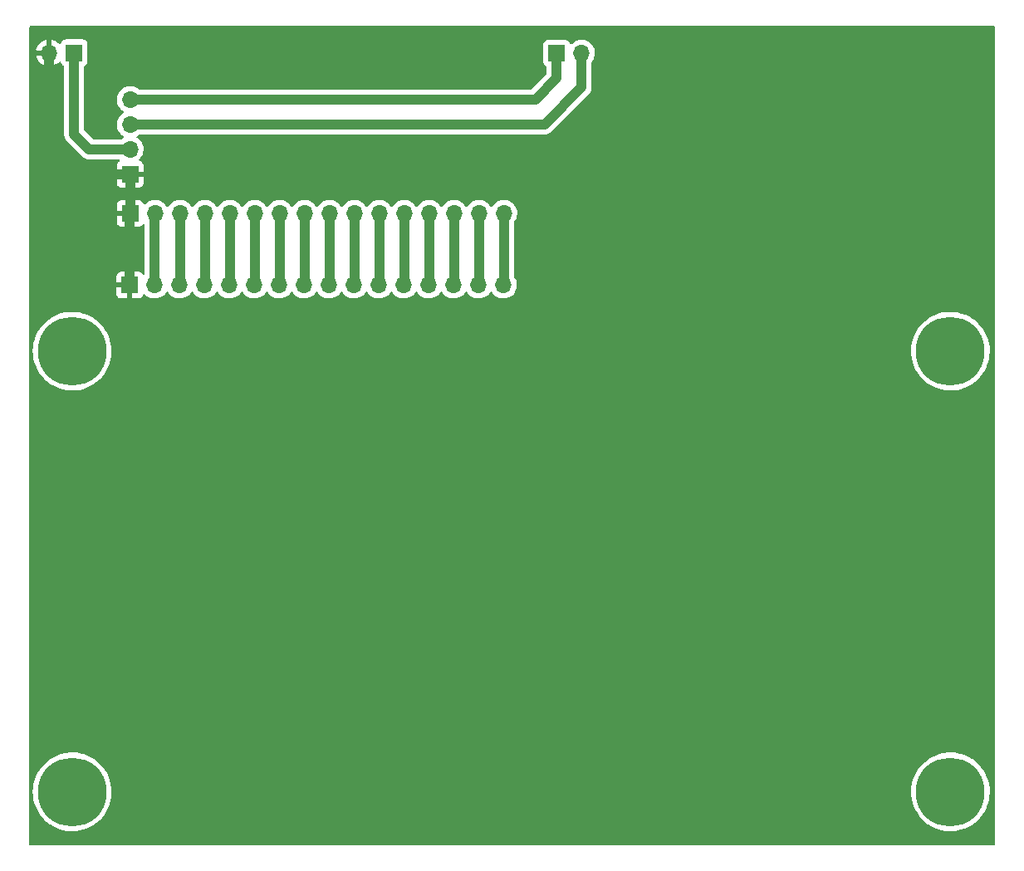
<source format=gbl>
%TF.GenerationSoftware,KiCad,Pcbnew,(6.0.10)*%
%TF.CreationDate,2023-02-06T14:01:34-03:00*%
%TF.ProjectId,UserInterface_HW,55736572-496e-4746-9572-666163655f48,rev?*%
%TF.SameCoordinates,Original*%
%TF.FileFunction,Copper,L2,Bot*%
%TF.FilePolarity,Positive*%
%FSLAX46Y46*%
G04 Gerber Fmt 4.6, Leading zero omitted, Abs format (unit mm)*
G04 Created by KiCad (PCBNEW (6.0.10)) date 2023-02-06 14:01:34*
%MOMM*%
%LPD*%
G01*
G04 APERTURE LIST*
%TA.AperFunction,ComponentPad*%
%ADD10R,1.700000X1.700000*%
%TD*%
%TA.AperFunction,ComponentPad*%
%ADD11O,1.700000X1.700000*%
%TD*%
%TA.AperFunction,ComponentPad*%
%ADD12C,7.000000*%
%TD*%
%TA.AperFunction,Conductor*%
%ADD13C,1.000000*%
%TD*%
G04 APERTURE END LIST*
D10*
%TO.P,U2,1,VSS*%
%TO.N,GNDD*%
X96690200Y-67208400D03*
D11*
%TO.P,U2,2,VDD*%
%TO.N,/VDD_DISP*%
X99230200Y-67208400D03*
%TO.P,U2,3,VO*%
%TO.N,/VO*%
X101770200Y-67208400D03*
%TO.P,U2,4,RS*%
%TO.N,/RS*%
X104310200Y-67208400D03*
%TO.P,U2,5,R/~{W}*%
%TO.N,/R{slash}~{W}*%
X106850200Y-67208400D03*
%TO.P,U2,6,E*%
%TO.N,/E*%
X109390200Y-67208400D03*
%TO.P,U2,7,DB0*%
%TO.N,Net-(U1-Pad7)*%
X111930200Y-67208400D03*
%TO.P,U2,8,DB1*%
%TO.N,Net-(U1-Pad8)*%
X114470200Y-67208400D03*
%TO.P,U2,9,DB2*%
%TO.N,Net-(U1-Pad9)*%
X117010200Y-67208400D03*
%TO.P,U2,10,DB3*%
%TO.N,Net-(U1-Pad10)*%
X119550200Y-67208400D03*
%TO.P,U2,11,DB4*%
%TO.N,Net-(U1-Pad11)*%
X122090200Y-67208400D03*
%TO.P,U2,12,DB5*%
%TO.N,Net-(U1-Pad12)*%
X124630200Y-67208400D03*
%TO.P,U2,13,DB6*%
%TO.N,Net-(U1-Pad13)*%
X127170200Y-67208400D03*
%TO.P,U2,14,DB7*%
%TO.N,Net-(U1-Pad14)*%
X129710200Y-67208400D03*
%TO.P,U2,15,A/VEE*%
%TO.N,/LED_AN*%
X132250200Y-67208400D03*
%TO.P,U2,16,K*%
%TO.N,/LED_CAT*%
X134790200Y-67208400D03*
%TD*%
D10*
%TO.P,J1,1,Pin_1*%
%TO.N,+5V*%
X91008200Y-43510200D03*
D11*
%TO.P,J1,2,Pin_2*%
%TO.N,GNDD*%
X88468200Y-43510200D03*
%TD*%
D12*
%TO.P,,1*%
%TO.N,N/C*%
X90805000Y-73939400D03*
%TD*%
%TO.P,REF\u002A\u002A,1*%
%TO.N,N/C*%
X180340000Y-73939400D03*
%TD*%
D10*
%TO.P,U1,1,VSS_DISP*%
%TO.N,GNDD*%
X96715100Y-59887500D03*
D11*
%TO.P,U1,2,VDD_DISP*%
%TO.N,/VDD_DISP*%
X99255100Y-59887500D03*
%TO.P,U1,3,VO*%
%TO.N,/VO*%
X101795100Y-59887500D03*
%TO.P,U1,4,RS*%
%TO.N,/RS*%
X104335100Y-59887500D03*
%TO.P,U1,5,R/~{W}*%
%TO.N,/R{slash}~{W}*%
X106875100Y-59887500D03*
%TO.P,U1,6,E*%
%TO.N,/E*%
X109415100Y-59887500D03*
%TO.P,U1,7,DB0*%
%TO.N,Net-(U1-Pad7)*%
X111955100Y-59887500D03*
%TO.P,U1,8,DB1*%
%TO.N,Net-(U1-Pad8)*%
X114495100Y-59887500D03*
%TO.P,U1,9,DB2*%
%TO.N,Net-(U1-Pad9)*%
X117035100Y-59887500D03*
%TO.P,U1,10,DB3*%
%TO.N,Net-(U1-Pad10)*%
X119575100Y-59887500D03*
%TO.P,U1,11,DB4*%
%TO.N,Net-(U1-Pad11)*%
X122115100Y-59887500D03*
%TO.P,U1,12,DB5*%
%TO.N,Net-(U1-Pad12)*%
X124655100Y-59887500D03*
%TO.P,U1,13,DB6*%
%TO.N,Net-(U1-Pad13)*%
X127195100Y-59887500D03*
%TO.P,U1,14,DB7*%
%TO.N,Net-(U1-Pad14)*%
X129735100Y-59887500D03*
%TO.P,U1,15,A*%
%TO.N,/LED_AN*%
X132275100Y-59887500D03*
%TO.P,U1,16,K*%
%TO.N,/LED_CAT*%
X134815100Y-59887500D03*
%TO.P,U1,17,SCL*%
%TO.N,/SCL*%
X96715100Y-48276300D03*
%TO.P,U1,18,SDA*%
%TO.N,/SDA*%
X96715100Y-50816300D03*
%TO.P,U1,19,VDD*%
%TO.N,+5V*%
X96715100Y-53356300D03*
D10*
%TO.P,U1,20,VSS*%
%TO.N,GNDD*%
X96715100Y-55896300D03*
%TD*%
%TO.P,J2,1,Pin_1*%
%TO.N,/SCL*%
X140200000Y-43550000D03*
D11*
%TO.P,J2,2,Pin_2*%
%TO.N,/SDA*%
X142740000Y-43550000D03*
%TD*%
D12*
%TO.P,,1*%
%TO.N,N/C*%
X180340000Y-118872000D03*
%TD*%
%TO.P,,1*%
%TO.N,N/C*%
X90805000Y-118872000D03*
%TD*%
D13*
%TO.N,+5V*%
X91008200Y-51816000D02*
X91008200Y-43510200D01*
X96715100Y-53356300D02*
X92548500Y-53356300D01*
X92548500Y-53356300D02*
X91008200Y-51816000D01*
%TO.N,GNDD*%
X88468200Y-53111400D02*
X88468200Y-43510200D01*
X91253100Y-55896300D02*
X88468200Y-53111400D01*
X96715100Y-55896300D02*
X91253100Y-55896300D01*
X96715100Y-59887500D02*
X96715100Y-55896300D01*
X96690200Y-67208400D02*
X96690200Y-59912400D01*
X96690200Y-59912400D02*
X96715100Y-59887500D01*
%TO.N,/SCL*%
X140200000Y-46125000D02*
X140200000Y-43550000D01*
X96715100Y-48276300D02*
X138048700Y-48276300D01*
X138048700Y-48276300D02*
X140200000Y-46125000D01*
%TO.N,/SDA*%
X138958700Y-50816300D02*
X142740000Y-47035000D01*
X142740000Y-47035000D02*
X142740000Y-43550000D01*
X96715100Y-50816300D02*
X138958700Y-50816300D01*
%TO.N,/VDD_DISP*%
X99230200Y-67208400D02*
X99230200Y-59912400D01*
X99230200Y-59912400D02*
X99255100Y-59887500D01*
%TO.N,/VO*%
X101795100Y-67183500D02*
X101770200Y-67208400D01*
X101795100Y-59887500D02*
X101795100Y-67183500D01*
%TO.N,/RS*%
X104335100Y-59887500D02*
X104335100Y-67183500D01*
X104335100Y-67183500D02*
X104310200Y-67208400D01*
%TO.N,/R{slash}~{W}*%
X106875100Y-59887500D02*
X106875100Y-67183500D01*
X106875100Y-67183500D02*
X106850200Y-67208400D01*
%TO.N,/E*%
X109415100Y-59887500D02*
X109415100Y-67183500D01*
X109415100Y-67183500D02*
X109390200Y-67208400D01*
%TO.N,Net-(U1-Pad7)*%
X111955100Y-67183500D02*
X111930200Y-67208400D01*
X111955100Y-59887500D02*
X111955100Y-67183500D01*
%TO.N,Net-(U1-Pad8)*%
X114495100Y-67183500D02*
X114470200Y-67208400D01*
X114495100Y-59887500D02*
X114495100Y-67183500D01*
%TO.N,Net-(U1-Pad9)*%
X117035100Y-59887500D02*
X117035100Y-67183500D01*
X117035100Y-67183500D02*
X117010200Y-67208400D01*
%TO.N,Net-(U1-Pad10)*%
X119575100Y-67183500D02*
X119550200Y-67208400D01*
X119575100Y-59887500D02*
X119575100Y-67183500D01*
%TO.N,Net-(U1-Pad11)*%
X122115100Y-67183500D02*
X122090200Y-67208400D01*
X122115100Y-59887500D02*
X122115100Y-67183500D01*
%TO.N,Net-(U1-Pad12)*%
X124655100Y-59887500D02*
X124655100Y-67183500D01*
X124655100Y-67183500D02*
X124630200Y-67208400D01*
%TO.N,Net-(U1-Pad13)*%
X127195100Y-59887500D02*
X127195100Y-67183500D01*
X127195100Y-67183500D02*
X127170200Y-67208400D01*
%TO.N,Net-(U1-Pad14)*%
X129735100Y-59887500D02*
X129735100Y-67183500D01*
X129735100Y-67183500D02*
X129710200Y-67208400D01*
%TO.N,/LED_AN*%
X132275100Y-67183500D02*
X132250200Y-67208400D01*
X132275100Y-59887500D02*
X132275100Y-67183500D01*
%TO.N,/LED_CAT*%
X134815100Y-59887500D02*
X134815100Y-67183500D01*
X134815100Y-67183500D02*
X134790200Y-67208400D01*
%TD*%
%TA.AperFunction,Conductor*%
%TO.N,GNDD*%
G36*
X184802821Y-40787502D02*
G01*
X184849314Y-40841158D01*
X184860700Y-40893500D01*
X184860700Y-124206500D01*
X184840698Y-124274621D01*
X184787042Y-124321114D01*
X184734700Y-124332500D01*
X86562700Y-124332500D01*
X86494579Y-124312498D01*
X86448086Y-124258842D01*
X86436700Y-124206500D01*
X86436700Y-118815965D01*
X86792057Y-118815965D01*
X86805741Y-119207827D01*
X86857599Y-119596484D01*
X86947136Y-119978225D01*
X87073496Y-120349407D01*
X87235475Y-120706487D01*
X87431525Y-121046056D01*
X87433314Y-121048554D01*
X87433316Y-121048558D01*
X87533047Y-121187860D01*
X87659776Y-121364874D01*
X87918049Y-121659896D01*
X88203878Y-121928308D01*
X88514536Y-122167546D01*
X88517139Y-122169173D01*
X88517144Y-122169176D01*
X88636576Y-122243805D01*
X88847056Y-122375328D01*
X89198266Y-122549670D01*
X89564812Y-122688907D01*
X89943195Y-122791712D01*
X90241419Y-122842153D01*
X90326783Y-122856591D01*
X90326786Y-122856591D01*
X90329805Y-122857102D01*
X90484444Y-122867916D01*
X90717885Y-122884240D01*
X90717893Y-122884240D01*
X90720951Y-122884454D01*
X90973037Y-122877413D01*
X91109825Y-122873592D01*
X91109828Y-122873592D01*
X91112899Y-122873506D01*
X91115952Y-122873120D01*
X91115956Y-122873120D01*
X91257576Y-122855229D01*
X91501908Y-122824362D01*
X91504912Y-122823680D01*
X91504915Y-122823679D01*
X91881269Y-122738174D01*
X91881275Y-122738172D01*
X91884265Y-122737493D01*
X91887184Y-122736522D01*
X92253396Y-122614700D01*
X92253402Y-122614698D01*
X92256320Y-122613727D01*
X92397735Y-122550765D01*
X92611722Y-122455492D01*
X92611728Y-122455489D01*
X92614522Y-122454245D01*
X92617191Y-122452729D01*
X92952784Y-122262086D01*
X92952790Y-122262083D01*
X92955452Y-122260570D01*
X93275855Y-122034550D01*
X93572674Y-121778344D01*
X93843074Y-121494395D01*
X94084475Y-121185415D01*
X94294574Y-120854354D01*
X94471363Y-120504370D01*
X94531469Y-120349407D01*
X94612041Y-120141681D01*
X94612044Y-120141672D01*
X94613156Y-120138805D01*
X94718600Y-119761148D01*
X94786688Y-119375004D01*
X94816769Y-118984059D01*
X94818334Y-118872000D01*
X94815594Y-118815965D01*
X176327057Y-118815965D01*
X176340741Y-119207827D01*
X176392599Y-119596484D01*
X176482136Y-119978225D01*
X176608496Y-120349407D01*
X176770475Y-120706487D01*
X176966525Y-121046056D01*
X176968314Y-121048554D01*
X176968316Y-121048558D01*
X177068047Y-121187860D01*
X177194776Y-121364874D01*
X177453049Y-121659896D01*
X177738878Y-121928308D01*
X178049536Y-122167546D01*
X178052139Y-122169173D01*
X178052144Y-122169176D01*
X178171576Y-122243805D01*
X178382056Y-122375328D01*
X178733266Y-122549670D01*
X179099812Y-122688907D01*
X179478195Y-122791712D01*
X179776419Y-122842153D01*
X179861783Y-122856591D01*
X179861786Y-122856591D01*
X179864805Y-122857102D01*
X180019444Y-122867916D01*
X180252885Y-122884240D01*
X180252893Y-122884240D01*
X180255951Y-122884454D01*
X180508037Y-122877413D01*
X180644825Y-122873592D01*
X180644828Y-122873592D01*
X180647899Y-122873506D01*
X180650952Y-122873120D01*
X180650956Y-122873120D01*
X180792576Y-122855229D01*
X181036908Y-122824362D01*
X181039912Y-122823680D01*
X181039915Y-122823679D01*
X181416269Y-122738174D01*
X181416275Y-122738172D01*
X181419265Y-122737493D01*
X181422184Y-122736522D01*
X181788396Y-122614700D01*
X181788402Y-122614698D01*
X181791320Y-122613727D01*
X181932735Y-122550765D01*
X182146722Y-122455492D01*
X182146728Y-122455489D01*
X182149522Y-122454245D01*
X182152191Y-122452729D01*
X182487784Y-122262086D01*
X182487790Y-122262083D01*
X182490452Y-122260570D01*
X182810855Y-122034550D01*
X183107674Y-121778344D01*
X183378074Y-121494395D01*
X183619475Y-121185415D01*
X183829574Y-120854354D01*
X184006363Y-120504370D01*
X184066469Y-120349407D01*
X184147041Y-120141681D01*
X184147044Y-120141672D01*
X184148156Y-120138805D01*
X184253600Y-119761148D01*
X184321688Y-119375004D01*
X184351769Y-118984059D01*
X184353334Y-118872000D01*
X184350594Y-118815965D01*
X184334330Y-118483440D01*
X184334180Y-118480367D01*
X184276901Y-118092473D01*
X184182043Y-117712019D01*
X184050512Y-117342637D01*
X183883564Y-116987854D01*
X183881997Y-116985225D01*
X183881992Y-116985216D01*
X183684361Y-116653689D01*
X183682791Y-116651055D01*
X183680977Y-116648595D01*
X183680972Y-116648587D01*
X183451933Y-116337926D01*
X183451931Y-116337923D01*
X183450111Y-116335455D01*
X183187744Y-116044068D01*
X182898195Y-115779673D01*
X182584228Y-115544795D01*
X182536015Y-115515596D01*
X182251467Y-115343267D01*
X182251458Y-115343262D01*
X182248839Y-115341676D01*
X181895229Y-115172255D01*
X181892339Y-115171203D01*
X181892334Y-115171201D01*
X181529674Y-115039204D01*
X181529671Y-115039203D01*
X181526775Y-115038149D01*
X181250563Y-114967229D01*
X181149977Y-114941403D01*
X181149974Y-114941402D01*
X181146993Y-114940637D01*
X180759508Y-114880651D01*
X180368018Y-114858764D01*
X180364939Y-114858893D01*
X180364936Y-114858893D01*
X180109188Y-114869612D01*
X179976261Y-114875183D01*
X179973217Y-114875611D01*
X179973215Y-114875611D01*
X179762778Y-114905186D01*
X179587976Y-114929753D01*
X179206869Y-115021953D01*
X178836579Y-115150902D01*
X178480638Y-115315369D01*
X178142446Y-115513785D01*
X177982444Y-115630033D01*
X177827711Y-115742453D01*
X177827705Y-115742458D01*
X177825230Y-115744256D01*
X177822944Y-115746285D01*
X177822941Y-115746288D01*
X177743123Y-115817154D01*
X177532017Y-116004583D01*
X177529938Y-116006828D01*
X177529931Y-116006835D01*
X177267694Y-116290026D01*
X177265608Y-116292279D01*
X177028544Y-116604599D01*
X176823089Y-116938562D01*
X176651203Y-117290980D01*
X176514527Y-117658489D01*
X176414367Y-118037581D01*
X176351677Y-118424638D01*
X176351483Y-118427718D01*
X176351483Y-118427720D01*
X176347978Y-118483440D01*
X176327057Y-118815965D01*
X94815594Y-118815965D01*
X94799330Y-118483440D01*
X94799180Y-118480367D01*
X94741901Y-118092473D01*
X94647043Y-117712019D01*
X94515512Y-117342637D01*
X94348564Y-116987854D01*
X94346997Y-116985225D01*
X94346992Y-116985216D01*
X94149361Y-116653689D01*
X94147791Y-116651055D01*
X94145977Y-116648595D01*
X94145972Y-116648587D01*
X93916933Y-116337926D01*
X93916931Y-116337923D01*
X93915111Y-116335455D01*
X93652744Y-116044068D01*
X93363195Y-115779673D01*
X93049228Y-115544795D01*
X93001015Y-115515596D01*
X92716467Y-115343267D01*
X92716458Y-115343262D01*
X92713839Y-115341676D01*
X92360229Y-115172255D01*
X92357339Y-115171203D01*
X92357334Y-115171201D01*
X91994674Y-115039204D01*
X91994671Y-115039203D01*
X91991775Y-115038149D01*
X91715563Y-114967229D01*
X91614977Y-114941403D01*
X91614974Y-114941402D01*
X91611993Y-114940637D01*
X91224508Y-114880651D01*
X90833018Y-114858764D01*
X90829939Y-114858893D01*
X90829936Y-114858893D01*
X90574188Y-114869612D01*
X90441261Y-114875183D01*
X90438217Y-114875611D01*
X90438215Y-114875611D01*
X90227778Y-114905186D01*
X90052976Y-114929753D01*
X89671869Y-115021953D01*
X89301579Y-115150902D01*
X88945638Y-115315369D01*
X88607446Y-115513785D01*
X88447444Y-115630033D01*
X88292711Y-115742453D01*
X88292705Y-115742458D01*
X88290230Y-115744256D01*
X88287944Y-115746285D01*
X88287941Y-115746288D01*
X88208123Y-115817154D01*
X87997017Y-116004583D01*
X87994938Y-116006828D01*
X87994931Y-116006835D01*
X87732694Y-116290026D01*
X87730608Y-116292279D01*
X87493544Y-116604599D01*
X87288089Y-116938562D01*
X87116203Y-117290980D01*
X86979527Y-117658489D01*
X86879367Y-118037581D01*
X86816677Y-118424638D01*
X86816483Y-118427718D01*
X86816483Y-118427720D01*
X86812978Y-118483440D01*
X86792057Y-118815965D01*
X86436700Y-118815965D01*
X86436700Y-73883365D01*
X86792057Y-73883365D01*
X86805741Y-74275227D01*
X86857599Y-74663884D01*
X86947136Y-75045625D01*
X87073496Y-75416807D01*
X87235475Y-75773887D01*
X87431525Y-76113456D01*
X87433314Y-76115954D01*
X87433316Y-76115958D01*
X87533047Y-76255260D01*
X87659776Y-76432274D01*
X87918049Y-76727296D01*
X88203878Y-76995708D01*
X88514536Y-77234946D01*
X88517139Y-77236573D01*
X88517144Y-77236576D01*
X88636576Y-77311205D01*
X88847056Y-77442728D01*
X89198266Y-77617070D01*
X89564812Y-77756307D01*
X89943195Y-77859112D01*
X90241419Y-77909553D01*
X90326783Y-77923991D01*
X90326786Y-77923991D01*
X90329805Y-77924502D01*
X90484444Y-77935316D01*
X90717885Y-77951640D01*
X90717893Y-77951640D01*
X90720951Y-77951854D01*
X90973037Y-77944813D01*
X91109825Y-77940992D01*
X91109828Y-77940992D01*
X91112899Y-77940906D01*
X91115952Y-77940520D01*
X91115956Y-77940520D01*
X91257576Y-77922629D01*
X91501908Y-77891762D01*
X91504912Y-77891080D01*
X91504915Y-77891079D01*
X91881269Y-77805574D01*
X91881275Y-77805572D01*
X91884265Y-77804893D01*
X91887184Y-77803922D01*
X92253396Y-77682100D01*
X92253402Y-77682098D01*
X92256320Y-77681127D01*
X92397735Y-77618165D01*
X92611722Y-77522892D01*
X92611728Y-77522889D01*
X92614522Y-77521645D01*
X92617191Y-77520129D01*
X92952784Y-77329486D01*
X92952790Y-77329483D01*
X92955452Y-77327970D01*
X93275855Y-77101950D01*
X93572674Y-76845744D01*
X93843074Y-76561795D01*
X94084475Y-76252815D01*
X94294574Y-75921754D01*
X94471363Y-75571770D01*
X94531469Y-75416807D01*
X94612041Y-75209081D01*
X94612044Y-75209072D01*
X94613156Y-75206205D01*
X94718600Y-74828548D01*
X94786688Y-74442404D01*
X94816769Y-74051459D01*
X94818334Y-73939400D01*
X94815594Y-73883365D01*
X176327057Y-73883365D01*
X176340741Y-74275227D01*
X176392599Y-74663884D01*
X176482136Y-75045625D01*
X176608496Y-75416807D01*
X176770475Y-75773887D01*
X176966525Y-76113456D01*
X176968314Y-76115954D01*
X176968316Y-76115958D01*
X177068047Y-76255260D01*
X177194776Y-76432274D01*
X177453049Y-76727296D01*
X177738878Y-76995708D01*
X178049536Y-77234946D01*
X178052139Y-77236573D01*
X178052144Y-77236576D01*
X178171576Y-77311205D01*
X178382056Y-77442728D01*
X178733266Y-77617070D01*
X179099812Y-77756307D01*
X179478195Y-77859112D01*
X179776419Y-77909553D01*
X179861783Y-77923991D01*
X179861786Y-77923991D01*
X179864805Y-77924502D01*
X180019444Y-77935316D01*
X180252885Y-77951640D01*
X180252893Y-77951640D01*
X180255951Y-77951854D01*
X180508037Y-77944813D01*
X180644825Y-77940992D01*
X180644828Y-77940992D01*
X180647899Y-77940906D01*
X180650952Y-77940520D01*
X180650956Y-77940520D01*
X180792576Y-77922629D01*
X181036908Y-77891762D01*
X181039912Y-77891080D01*
X181039915Y-77891079D01*
X181416269Y-77805574D01*
X181416275Y-77805572D01*
X181419265Y-77804893D01*
X181422184Y-77803922D01*
X181788396Y-77682100D01*
X181788402Y-77682098D01*
X181791320Y-77681127D01*
X181932735Y-77618165D01*
X182146722Y-77522892D01*
X182146728Y-77522889D01*
X182149522Y-77521645D01*
X182152191Y-77520129D01*
X182487784Y-77329486D01*
X182487790Y-77329483D01*
X182490452Y-77327970D01*
X182810855Y-77101950D01*
X183107674Y-76845744D01*
X183378074Y-76561795D01*
X183619475Y-76252815D01*
X183829574Y-75921754D01*
X184006363Y-75571770D01*
X184066469Y-75416807D01*
X184147041Y-75209081D01*
X184147044Y-75209072D01*
X184148156Y-75206205D01*
X184253600Y-74828548D01*
X184321688Y-74442404D01*
X184351769Y-74051459D01*
X184353334Y-73939400D01*
X184350594Y-73883365D01*
X184334330Y-73550840D01*
X184334180Y-73547767D01*
X184276901Y-73159873D01*
X184182043Y-72779419D01*
X184050512Y-72410037D01*
X183883564Y-72055254D01*
X183881997Y-72052625D01*
X183881992Y-72052616D01*
X183684361Y-71721089D01*
X183682791Y-71718455D01*
X183680977Y-71715995D01*
X183680972Y-71715987D01*
X183451933Y-71405326D01*
X183451931Y-71405323D01*
X183450111Y-71402855D01*
X183187744Y-71111468D01*
X182898195Y-70847073D01*
X182584228Y-70612195D01*
X182536015Y-70582996D01*
X182251467Y-70410667D01*
X182251458Y-70410662D01*
X182248839Y-70409076D01*
X181895229Y-70239655D01*
X181892339Y-70238603D01*
X181892334Y-70238601D01*
X181529674Y-70106604D01*
X181529671Y-70106603D01*
X181526775Y-70105549D01*
X181250563Y-70034629D01*
X181149977Y-70008803D01*
X181149974Y-70008802D01*
X181146993Y-70008037D01*
X180759508Y-69948051D01*
X180368018Y-69926164D01*
X180364939Y-69926293D01*
X180364936Y-69926293D01*
X180109188Y-69937012D01*
X179976261Y-69942583D01*
X179973217Y-69943011D01*
X179973215Y-69943011D01*
X179762778Y-69972586D01*
X179587976Y-69997153D01*
X179206869Y-70089353D01*
X178836579Y-70218302D01*
X178480638Y-70382769D01*
X178142446Y-70581185D01*
X177982444Y-70697433D01*
X177827711Y-70809853D01*
X177827705Y-70809858D01*
X177825230Y-70811656D01*
X177822944Y-70813685D01*
X177822941Y-70813688D01*
X177743123Y-70884554D01*
X177532017Y-71071983D01*
X177529938Y-71074228D01*
X177529931Y-71074235D01*
X177267694Y-71357426D01*
X177265608Y-71359679D01*
X177028544Y-71671999D01*
X176823089Y-72005962D01*
X176651203Y-72358380D01*
X176514527Y-72725889D01*
X176414367Y-73104981D01*
X176351677Y-73492038D01*
X176351483Y-73495118D01*
X176351483Y-73495120D01*
X176347978Y-73550840D01*
X176327057Y-73883365D01*
X94815594Y-73883365D01*
X94799330Y-73550840D01*
X94799180Y-73547767D01*
X94741901Y-73159873D01*
X94647043Y-72779419D01*
X94515512Y-72410037D01*
X94348564Y-72055254D01*
X94346997Y-72052625D01*
X94346992Y-72052616D01*
X94149361Y-71721089D01*
X94147791Y-71718455D01*
X94145977Y-71715995D01*
X94145972Y-71715987D01*
X93916933Y-71405326D01*
X93916931Y-71405323D01*
X93915111Y-71402855D01*
X93652744Y-71111468D01*
X93363195Y-70847073D01*
X93049228Y-70612195D01*
X93001015Y-70582996D01*
X92716467Y-70410667D01*
X92716458Y-70410662D01*
X92713839Y-70409076D01*
X92360229Y-70239655D01*
X92357339Y-70238603D01*
X92357334Y-70238601D01*
X91994674Y-70106604D01*
X91994671Y-70106603D01*
X91991775Y-70105549D01*
X91715563Y-70034629D01*
X91614977Y-70008803D01*
X91614974Y-70008802D01*
X91611993Y-70008037D01*
X91224508Y-69948051D01*
X90833018Y-69926164D01*
X90829939Y-69926293D01*
X90829936Y-69926293D01*
X90574188Y-69937012D01*
X90441261Y-69942583D01*
X90438217Y-69943011D01*
X90438215Y-69943011D01*
X90227778Y-69972586D01*
X90052976Y-69997153D01*
X89671869Y-70089353D01*
X89301579Y-70218302D01*
X88945638Y-70382769D01*
X88607446Y-70581185D01*
X88447444Y-70697433D01*
X88292711Y-70809853D01*
X88292705Y-70809858D01*
X88290230Y-70811656D01*
X88287944Y-70813685D01*
X88287941Y-70813688D01*
X88208123Y-70884554D01*
X87997017Y-71071983D01*
X87994938Y-71074228D01*
X87994931Y-71074235D01*
X87732694Y-71357426D01*
X87730608Y-71359679D01*
X87493544Y-71671999D01*
X87288089Y-72005962D01*
X87116203Y-72358380D01*
X86979527Y-72725889D01*
X86879367Y-73104981D01*
X86816677Y-73492038D01*
X86816483Y-73495118D01*
X86816483Y-73495120D01*
X86812978Y-73550840D01*
X86792057Y-73883365D01*
X86436700Y-73883365D01*
X86436700Y-68103069D01*
X95332201Y-68103069D01*
X95332571Y-68109890D01*
X95338095Y-68160752D01*
X95341721Y-68176004D01*
X95386876Y-68296454D01*
X95395414Y-68312049D01*
X95471915Y-68414124D01*
X95484476Y-68426685D01*
X95586551Y-68503186D01*
X95602146Y-68511724D01*
X95722594Y-68556878D01*
X95737849Y-68560505D01*
X95788714Y-68566031D01*
X95795528Y-68566400D01*
X96418085Y-68566400D01*
X96433324Y-68561925D01*
X96434529Y-68560535D01*
X96436200Y-68552852D01*
X96436200Y-68548284D01*
X96944200Y-68548284D01*
X96948675Y-68563523D01*
X96950065Y-68564728D01*
X96957748Y-68566399D01*
X97584869Y-68566399D01*
X97591690Y-68566029D01*
X97642552Y-68560505D01*
X97657804Y-68556879D01*
X97778254Y-68511724D01*
X97793849Y-68503186D01*
X97895924Y-68426685D01*
X97908485Y-68414124D01*
X97984986Y-68312049D01*
X97993524Y-68296454D01*
X98034425Y-68187352D01*
X98077067Y-68130588D01*
X98143628Y-68105888D01*
X98212977Y-68121096D01*
X98247644Y-68149084D01*
X98273065Y-68178431D01*
X98273069Y-68178435D01*
X98276450Y-68182338D01*
X98448326Y-68325032D01*
X98641200Y-68437738D01*
X98849892Y-68517430D01*
X98854960Y-68518461D01*
X98854963Y-68518462D01*
X98962217Y-68540283D01*
X99068797Y-68561967D01*
X99073972Y-68562157D01*
X99073974Y-68562157D01*
X99286873Y-68569964D01*
X99286877Y-68569964D01*
X99292037Y-68570153D01*
X99297157Y-68569497D01*
X99297159Y-68569497D01*
X99508488Y-68542425D01*
X99508489Y-68542425D01*
X99513616Y-68541768D01*
X99518566Y-68540283D01*
X99722629Y-68479061D01*
X99722634Y-68479059D01*
X99727584Y-68477574D01*
X99928194Y-68379296D01*
X100110060Y-68249573D01*
X100268296Y-68091889D01*
X100398653Y-67910477D01*
X100399976Y-67911428D01*
X100446845Y-67868257D01*
X100516780Y-67856025D01*
X100582226Y-67883544D01*
X100610075Y-67915394D01*
X100670187Y-68013488D01*
X100816450Y-68182338D01*
X100988326Y-68325032D01*
X101181200Y-68437738D01*
X101389892Y-68517430D01*
X101394960Y-68518461D01*
X101394963Y-68518462D01*
X101502217Y-68540283D01*
X101608797Y-68561967D01*
X101613972Y-68562157D01*
X101613974Y-68562157D01*
X101826873Y-68569964D01*
X101826877Y-68569964D01*
X101832037Y-68570153D01*
X101837157Y-68569497D01*
X101837159Y-68569497D01*
X102048488Y-68542425D01*
X102048489Y-68542425D01*
X102053616Y-68541768D01*
X102058566Y-68540283D01*
X102262629Y-68479061D01*
X102262634Y-68479059D01*
X102267584Y-68477574D01*
X102468194Y-68379296D01*
X102650060Y-68249573D01*
X102808296Y-68091889D01*
X102938653Y-67910477D01*
X102939976Y-67911428D01*
X102986845Y-67868257D01*
X103056780Y-67856025D01*
X103122226Y-67883544D01*
X103150075Y-67915394D01*
X103210187Y-68013488D01*
X103356450Y-68182338D01*
X103528326Y-68325032D01*
X103721200Y-68437738D01*
X103929892Y-68517430D01*
X103934960Y-68518461D01*
X103934963Y-68518462D01*
X104042217Y-68540283D01*
X104148797Y-68561967D01*
X104153972Y-68562157D01*
X104153974Y-68562157D01*
X104366873Y-68569964D01*
X104366877Y-68569964D01*
X104372037Y-68570153D01*
X104377157Y-68569497D01*
X104377159Y-68569497D01*
X104588488Y-68542425D01*
X104588489Y-68542425D01*
X104593616Y-68541768D01*
X104598566Y-68540283D01*
X104802629Y-68479061D01*
X104802634Y-68479059D01*
X104807584Y-68477574D01*
X105008194Y-68379296D01*
X105190060Y-68249573D01*
X105348296Y-68091889D01*
X105478653Y-67910477D01*
X105479976Y-67911428D01*
X105526845Y-67868257D01*
X105596780Y-67856025D01*
X105662226Y-67883544D01*
X105690075Y-67915394D01*
X105750187Y-68013488D01*
X105896450Y-68182338D01*
X106068326Y-68325032D01*
X106261200Y-68437738D01*
X106469892Y-68517430D01*
X106474960Y-68518461D01*
X106474963Y-68518462D01*
X106582217Y-68540283D01*
X106688797Y-68561967D01*
X106693972Y-68562157D01*
X106693974Y-68562157D01*
X106906873Y-68569964D01*
X106906877Y-68569964D01*
X106912037Y-68570153D01*
X106917157Y-68569497D01*
X106917159Y-68569497D01*
X107128488Y-68542425D01*
X107128489Y-68542425D01*
X107133616Y-68541768D01*
X107138566Y-68540283D01*
X107342629Y-68479061D01*
X107342634Y-68479059D01*
X107347584Y-68477574D01*
X107548194Y-68379296D01*
X107730060Y-68249573D01*
X107888296Y-68091889D01*
X108018653Y-67910477D01*
X108019976Y-67911428D01*
X108066845Y-67868257D01*
X108136780Y-67856025D01*
X108202226Y-67883544D01*
X108230075Y-67915394D01*
X108290187Y-68013488D01*
X108436450Y-68182338D01*
X108608326Y-68325032D01*
X108801200Y-68437738D01*
X109009892Y-68517430D01*
X109014960Y-68518461D01*
X109014963Y-68518462D01*
X109122217Y-68540283D01*
X109228797Y-68561967D01*
X109233972Y-68562157D01*
X109233974Y-68562157D01*
X109446873Y-68569964D01*
X109446877Y-68569964D01*
X109452037Y-68570153D01*
X109457157Y-68569497D01*
X109457159Y-68569497D01*
X109668488Y-68542425D01*
X109668489Y-68542425D01*
X109673616Y-68541768D01*
X109678566Y-68540283D01*
X109882629Y-68479061D01*
X109882634Y-68479059D01*
X109887584Y-68477574D01*
X110088194Y-68379296D01*
X110270060Y-68249573D01*
X110428296Y-68091889D01*
X110558653Y-67910477D01*
X110559976Y-67911428D01*
X110606845Y-67868257D01*
X110676780Y-67856025D01*
X110742226Y-67883544D01*
X110770075Y-67915394D01*
X110830187Y-68013488D01*
X110976450Y-68182338D01*
X111148326Y-68325032D01*
X111341200Y-68437738D01*
X111549892Y-68517430D01*
X111554960Y-68518461D01*
X111554963Y-68518462D01*
X111662217Y-68540283D01*
X111768797Y-68561967D01*
X111773972Y-68562157D01*
X111773974Y-68562157D01*
X111986873Y-68569964D01*
X111986877Y-68569964D01*
X111992037Y-68570153D01*
X111997157Y-68569497D01*
X111997159Y-68569497D01*
X112208488Y-68542425D01*
X112208489Y-68542425D01*
X112213616Y-68541768D01*
X112218566Y-68540283D01*
X112422629Y-68479061D01*
X112422634Y-68479059D01*
X112427584Y-68477574D01*
X112628194Y-68379296D01*
X112810060Y-68249573D01*
X112968296Y-68091889D01*
X113098653Y-67910477D01*
X113099976Y-67911428D01*
X113146845Y-67868257D01*
X113216780Y-67856025D01*
X113282226Y-67883544D01*
X113310075Y-67915394D01*
X113370187Y-68013488D01*
X113516450Y-68182338D01*
X113688326Y-68325032D01*
X113881200Y-68437738D01*
X114089892Y-68517430D01*
X114094960Y-68518461D01*
X114094963Y-68518462D01*
X114202217Y-68540283D01*
X114308797Y-68561967D01*
X114313972Y-68562157D01*
X114313974Y-68562157D01*
X114526873Y-68569964D01*
X114526877Y-68569964D01*
X114532037Y-68570153D01*
X114537157Y-68569497D01*
X114537159Y-68569497D01*
X114748488Y-68542425D01*
X114748489Y-68542425D01*
X114753616Y-68541768D01*
X114758566Y-68540283D01*
X114962629Y-68479061D01*
X114962634Y-68479059D01*
X114967584Y-68477574D01*
X115168194Y-68379296D01*
X115350060Y-68249573D01*
X115508296Y-68091889D01*
X115638653Y-67910477D01*
X115639976Y-67911428D01*
X115686845Y-67868257D01*
X115756780Y-67856025D01*
X115822226Y-67883544D01*
X115850075Y-67915394D01*
X115910187Y-68013488D01*
X116056450Y-68182338D01*
X116228326Y-68325032D01*
X116421200Y-68437738D01*
X116629892Y-68517430D01*
X116634960Y-68518461D01*
X116634963Y-68518462D01*
X116742217Y-68540283D01*
X116848797Y-68561967D01*
X116853972Y-68562157D01*
X116853974Y-68562157D01*
X117066873Y-68569964D01*
X117066877Y-68569964D01*
X117072037Y-68570153D01*
X117077157Y-68569497D01*
X117077159Y-68569497D01*
X117288488Y-68542425D01*
X117288489Y-68542425D01*
X117293616Y-68541768D01*
X117298566Y-68540283D01*
X117502629Y-68479061D01*
X117502634Y-68479059D01*
X117507584Y-68477574D01*
X117708194Y-68379296D01*
X117890060Y-68249573D01*
X118048296Y-68091889D01*
X118178653Y-67910477D01*
X118179976Y-67911428D01*
X118226845Y-67868257D01*
X118296780Y-67856025D01*
X118362226Y-67883544D01*
X118390075Y-67915394D01*
X118450187Y-68013488D01*
X118596450Y-68182338D01*
X118768326Y-68325032D01*
X118961200Y-68437738D01*
X119169892Y-68517430D01*
X119174960Y-68518461D01*
X119174963Y-68518462D01*
X119282217Y-68540283D01*
X119388797Y-68561967D01*
X119393972Y-68562157D01*
X119393974Y-68562157D01*
X119606873Y-68569964D01*
X119606877Y-68569964D01*
X119612037Y-68570153D01*
X119617157Y-68569497D01*
X119617159Y-68569497D01*
X119828488Y-68542425D01*
X119828489Y-68542425D01*
X119833616Y-68541768D01*
X119838566Y-68540283D01*
X120042629Y-68479061D01*
X120042634Y-68479059D01*
X120047584Y-68477574D01*
X120248194Y-68379296D01*
X120430060Y-68249573D01*
X120588296Y-68091889D01*
X120718653Y-67910477D01*
X120719976Y-67911428D01*
X120766845Y-67868257D01*
X120836780Y-67856025D01*
X120902226Y-67883544D01*
X120930075Y-67915394D01*
X120990187Y-68013488D01*
X121136450Y-68182338D01*
X121308326Y-68325032D01*
X121501200Y-68437738D01*
X121709892Y-68517430D01*
X121714960Y-68518461D01*
X121714963Y-68518462D01*
X121822217Y-68540283D01*
X121928797Y-68561967D01*
X121933972Y-68562157D01*
X121933974Y-68562157D01*
X122146873Y-68569964D01*
X122146877Y-68569964D01*
X122152037Y-68570153D01*
X122157157Y-68569497D01*
X122157159Y-68569497D01*
X122368488Y-68542425D01*
X122368489Y-68542425D01*
X122373616Y-68541768D01*
X122378566Y-68540283D01*
X122582629Y-68479061D01*
X122582634Y-68479059D01*
X122587584Y-68477574D01*
X122788194Y-68379296D01*
X122970060Y-68249573D01*
X123128296Y-68091889D01*
X123258653Y-67910477D01*
X123259976Y-67911428D01*
X123306845Y-67868257D01*
X123376780Y-67856025D01*
X123442226Y-67883544D01*
X123470075Y-67915394D01*
X123530187Y-68013488D01*
X123676450Y-68182338D01*
X123848326Y-68325032D01*
X124041200Y-68437738D01*
X124249892Y-68517430D01*
X124254960Y-68518461D01*
X124254963Y-68518462D01*
X124362217Y-68540283D01*
X124468797Y-68561967D01*
X124473972Y-68562157D01*
X124473974Y-68562157D01*
X124686873Y-68569964D01*
X124686877Y-68569964D01*
X124692037Y-68570153D01*
X124697157Y-68569497D01*
X124697159Y-68569497D01*
X124908488Y-68542425D01*
X124908489Y-68542425D01*
X124913616Y-68541768D01*
X124918566Y-68540283D01*
X125122629Y-68479061D01*
X125122634Y-68479059D01*
X125127584Y-68477574D01*
X125328194Y-68379296D01*
X125510060Y-68249573D01*
X125668296Y-68091889D01*
X125798653Y-67910477D01*
X125799976Y-67911428D01*
X125846845Y-67868257D01*
X125916780Y-67856025D01*
X125982226Y-67883544D01*
X126010075Y-67915394D01*
X126070187Y-68013488D01*
X126216450Y-68182338D01*
X126388326Y-68325032D01*
X126581200Y-68437738D01*
X126789892Y-68517430D01*
X126794960Y-68518461D01*
X126794963Y-68518462D01*
X126902217Y-68540283D01*
X127008797Y-68561967D01*
X127013972Y-68562157D01*
X127013974Y-68562157D01*
X127226873Y-68569964D01*
X127226877Y-68569964D01*
X127232037Y-68570153D01*
X127237157Y-68569497D01*
X127237159Y-68569497D01*
X127448488Y-68542425D01*
X127448489Y-68542425D01*
X127453616Y-68541768D01*
X127458566Y-68540283D01*
X127662629Y-68479061D01*
X127662634Y-68479059D01*
X127667584Y-68477574D01*
X127868194Y-68379296D01*
X128050060Y-68249573D01*
X128208296Y-68091889D01*
X128338653Y-67910477D01*
X128339976Y-67911428D01*
X128386845Y-67868257D01*
X128456780Y-67856025D01*
X128522226Y-67883544D01*
X128550075Y-67915394D01*
X128610187Y-68013488D01*
X128756450Y-68182338D01*
X128928326Y-68325032D01*
X129121200Y-68437738D01*
X129329892Y-68517430D01*
X129334960Y-68518461D01*
X129334963Y-68518462D01*
X129442217Y-68540283D01*
X129548797Y-68561967D01*
X129553972Y-68562157D01*
X129553974Y-68562157D01*
X129766873Y-68569964D01*
X129766877Y-68569964D01*
X129772037Y-68570153D01*
X129777157Y-68569497D01*
X129777159Y-68569497D01*
X129988488Y-68542425D01*
X129988489Y-68542425D01*
X129993616Y-68541768D01*
X129998566Y-68540283D01*
X130202629Y-68479061D01*
X130202634Y-68479059D01*
X130207584Y-68477574D01*
X130408194Y-68379296D01*
X130590060Y-68249573D01*
X130748296Y-68091889D01*
X130878653Y-67910477D01*
X130879976Y-67911428D01*
X130926845Y-67868257D01*
X130996780Y-67856025D01*
X131062226Y-67883544D01*
X131090075Y-67915394D01*
X131150187Y-68013488D01*
X131296450Y-68182338D01*
X131468326Y-68325032D01*
X131661200Y-68437738D01*
X131869892Y-68517430D01*
X131874960Y-68518461D01*
X131874963Y-68518462D01*
X131982217Y-68540283D01*
X132088797Y-68561967D01*
X132093972Y-68562157D01*
X132093974Y-68562157D01*
X132306873Y-68569964D01*
X132306877Y-68569964D01*
X132312037Y-68570153D01*
X132317157Y-68569497D01*
X132317159Y-68569497D01*
X132528488Y-68542425D01*
X132528489Y-68542425D01*
X132533616Y-68541768D01*
X132538566Y-68540283D01*
X132742629Y-68479061D01*
X132742634Y-68479059D01*
X132747584Y-68477574D01*
X132948194Y-68379296D01*
X133130060Y-68249573D01*
X133288296Y-68091889D01*
X133418653Y-67910477D01*
X133419976Y-67911428D01*
X133466845Y-67868257D01*
X133536780Y-67856025D01*
X133602226Y-67883544D01*
X133630075Y-67915394D01*
X133690187Y-68013488D01*
X133836450Y-68182338D01*
X134008326Y-68325032D01*
X134201200Y-68437738D01*
X134409892Y-68517430D01*
X134414960Y-68518461D01*
X134414963Y-68518462D01*
X134522217Y-68540283D01*
X134628797Y-68561967D01*
X134633972Y-68562157D01*
X134633974Y-68562157D01*
X134846873Y-68569964D01*
X134846877Y-68569964D01*
X134852037Y-68570153D01*
X134857157Y-68569497D01*
X134857159Y-68569497D01*
X135068488Y-68542425D01*
X135068489Y-68542425D01*
X135073616Y-68541768D01*
X135078566Y-68540283D01*
X135282629Y-68479061D01*
X135282634Y-68479059D01*
X135287584Y-68477574D01*
X135488194Y-68379296D01*
X135670060Y-68249573D01*
X135828296Y-68091889D01*
X135958653Y-67910477D01*
X135979520Y-67868257D01*
X136055336Y-67714853D01*
X136055337Y-67714851D01*
X136057630Y-67710211D01*
X136122570Y-67496469D01*
X136151729Y-67274990D01*
X136153356Y-67208400D01*
X136135052Y-66985761D01*
X136080631Y-66769102D01*
X135991554Y-66564240D01*
X135953524Y-66505454D01*
X135873024Y-66381020D01*
X135873022Y-66381017D01*
X135870214Y-66376677D01*
X135856406Y-66361502D01*
X135825354Y-66297655D01*
X135823600Y-66276703D01*
X135823600Y-60851470D01*
X135843602Y-60783349D01*
X135851560Y-60772620D01*
X135853196Y-60770989D01*
X135983553Y-60589577D01*
X136004420Y-60547357D01*
X136080236Y-60393953D01*
X136080237Y-60393951D01*
X136082530Y-60389311D01*
X136147470Y-60175569D01*
X136176629Y-59954090D01*
X136178256Y-59887500D01*
X136159952Y-59664861D01*
X136105531Y-59448202D01*
X136016454Y-59243340D01*
X135895114Y-59055777D01*
X135744770Y-58890551D01*
X135740719Y-58887352D01*
X135740715Y-58887348D01*
X135573514Y-58755300D01*
X135573510Y-58755298D01*
X135569459Y-58752098D01*
X135373889Y-58644138D01*
X135369020Y-58642414D01*
X135369016Y-58642412D01*
X135168187Y-58571295D01*
X135168183Y-58571294D01*
X135163312Y-58569569D01*
X135158219Y-58568662D01*
X135158216Y-58568661D01*
X134948473Y-58531300D01*
X134948467Y-58531299D01*
X134943384Y-58530394D01*
X134869552Y-58529492D01*
X134725181Y-58527728D01*
X134725179Y-58527728D01*
X134720011Y-58527665D01*
X134499191Y-58561455D01*
X134286856Y-58630857D01*
X134088707Y-58734007D01*
X134084574Y-58737110D01*
X134084571Y-58737112D01*
X134001550Y-58799446D01*
X133910065Y-58868135D01*
X133755729Y-59029638D01*
X133648301Y-59187121D01*
X133593393Y-59232121D01*
X133522868Y-59240292D01*
X133459121Y-59209038D01*
X133438424Y-59184554D01*
X133357922Y-59060117D01*
X133357920Y-59060114D01*
X133355114Y-59055777D01*
X133204770Y-58890551D01*
X133200719Y-58887352D01*
X133200715Y-58887348D01*
X133033514Y-58755300D01*
X133033510Y-58755298D01*
X133029459Y-58752098D01*
X132833889Y-58644138D01*
X132829020Y-58642414D01*
X132829016Y-58642412D01*
X132628187Y-58571295D01*
X132628183Y-58571294D01*
X132623312Y-58569569D01*
X132618219Y-58568662D01*
X132618216Y-58568661D01*
X132408473Y-58531300D01*
X132408467Y-58531299D01*
X132403384Y-58530394D01*
X132329552Y-58529492D01*
X132185181Y-58527728D01*
X132185179Y-58527728D01*
X132180011Y-58527665D01*
X131959191Y-58561455D01*
X131746856Y-58630857D01*
X131548707Y-58734007D01*
X131544574Y-58737110D01*
X131544571Y-58737112D01*
X131461550Y-58799446D01*
X131370065Y-58868135D01*
X131215729Y-59029638D01*
X131108301Y-59187121D01*
X131053393Y-59232121D01*
X130982868Y-59240292D01*
X130919121Y-59209038D01*
X130898424Y-59184554D01*
X130817922Y-59060117D01*
X130817920Y-59060114D01*
X130815114Y-59055777D01*
X130664770Y-58890551D01*
X130660719Y-58887352D01*
X130660715Y-58887348D01*
X130493514Y-58755300D01*
X130493510Y-58755298D01*
X130489459Y-58752098D01*
X130293889Y-58644138D01*
X130289020Y-58642414D01*
X130289016Y-58642412D01*
X130088187Y-58571295D01*
X130088183Y-58571294D01*
X130083312Y-58569569D01*
X130078219Y-58568662D01*
X130078216Y-58568661D01*
X129868473Y-58531300D01*
X129868467Y-58531299D01*
X129863384Y-58530394D01*
X129789552Y-58529492D01*
X129645181Y-58527728D01*
X129645179Y-58527728D01*
X129640011Y-58527665D01*
X129419191Y-58561455D01*
X129206856Y-58630857D01*
X129008707Y-58734007D01*
X129004574Y-58737110D01*
X129004571Y-58737112D01*
X128921550Y-58799446D01*
X128830065Y-58868135D01*
X128675729Y-59029638D01*
X128568301Y-59187121D01*
X128513393Y-59232121D01*
X128442868Y-59240292D01*
X128379121Y-59209038D01*
X128358424Y-59184554D01*
X128277922Y-59060117D01*
X128277920Y-59060114D01*
X128275114Y-59055777D01*
X128124770Y-58890551D01*
X128120719Y-58887352D01*
X128120715Y-58887348D01*
X127953514Y-58755300D01*
X127953510Y-58755298D01*
X127949459Y-58752098D01*
X127753889Y-58644138D01*
X127749020Y-58642414D01*
X127749016Y-58642412D01*
X127548187Y-58571295D01*
X127548183Y-58571294D01*
X127543312Y-58569569D01*
X127538219Y-58568662D01*
X127538216Y-58568661D01*
X127328473Y-58531300D01*
X127328467Y-58531299D01*
X127323384Y-58530394D01*
X127249552Y-58529492D01*
X127105181Y-58527728D01*
X127105179Y-58527728D01*
X127100011Y-58527665D01*
X126879191Y-58561455D01*
X126666856Y-58630857D01*
X126468707Y-58734007D01*
X126464574Y-58737110D01*
X126464571Y-58737112D01*
X126381550Y-58799446D01*
X126290065Y-58868135D01*
X126135729Y-59029638D01*
X126028301Y-59187121D01*
X125973393Y-59232121D01*
X125902868Y-59240292D01*
X125839121Y-59209038D01*
X125818424Y-59184554D01*
X125737922Y-59060117D01*
X125737920Y-59060114D01*
X125735114Y-59055777D01*
X125584770Y-58890551D01*
X125580719Y-58887352D01*
X125580715Y-58887348D01*
X125413514Y-58755300D01*
X125413510Y-58755298D01*
X125409459Y-58752098D01*
X125213889Y-58644138D01*
X125209020Y-58642414D01*
X125209016Y-58642412D01*
X125008187Y-58571295D01*
X125008183Y-58571294D01*
X125003312Y-58569569D01*
X124998219Y-58568662D01*
X124998216Y-58568661D01*
X124788473Y-58531300D01*
X124788467Y-58531299D01*
X124783384Y-58530394D01*
X124709552Y-58529492D01*
X124565181Y-58527728D01*
X124565179Y-58527728D01*
X124560011Y-58527665D01*
X124339191Y-58561455D01*
X124126856Y-58630857D01*
X123928707Y-58734007D01*
X123924574Y-58737110D01*
X123924571Y-58737112D01*
X123841550Y-58799446D01*
X123750065Y-58868135D01*
X123595729Y-59029638D01*
X123488301Y-59187121D01*
X123433393Y-59232121D01*
X123362868Y-59240292D01*
X123299121Y-59209038D01*
X123278424Y-59184554D01*
X123197922Y-59060117D01*
X123197920Y-59060114D01*
X123195114Y-59055777D01*
X123044770Y-58890551D01*
X123040719Y-58887352D01*
X123040715Y-58887348D01*
X122873514Y-58755300D01*
X122873510Y-58755298D01*
X122869459Y-58752098D01*
X122673889Y-58644138D01*
X122669020Y-58642414D01*
X122669016Y-58642412D01*
X122468187Y-58571295D01*
X122468183Y-58571294D01*
X122463312Y-58569569D01*
X122458219Y-58568662D01*
X122458216Y-58568661D01*
X122248473Y-58531300D01*
X122248467Y-58531299D01*
X122243384Y-58530394D01*
X122169552Y-58529492D01*
X122025181Y-58527728D01*
X122025179Y-58527728D01*
X122020011Y-58527665D01*
X121799191Y-58561455D01*
X121586856Y-58630857D01*
X121388707Y-58734007D01*
X121384574Y-58737110D01*
X121384571Y-58737112D01*
X121301550Y-58799446D01*
X121210065Y-58868135D01*
X121055729Y-59029638D01*
X120948301Y-59187121D01*
X120893393Y-59232121D01*
X120822868Y-59240292D01*
X120759121Y-59209038D01*
X120738424Y-59184554D01*
X120657922Y-59060117D01*
X120657920Y-59060114D01*
X120655114Y-59055777D01*
X120504770Y-58890551D01*
X120500719Y-58887352D01*
X120500715Y-58887348D01*
X120333514Y-58755300D01*
X120333510Y-58755298D01*
X120329459Y-58752098D01*
X120133889Y-58644138D01*
X120129020Y-58642414D01*
X120129016Y-58642412D01*
X119928187Y-58571295D01*
X119928183Y-58571294D01*
X119923312Y-58569569D01*
X119918219Y-58568662D01*
X119918216Y-58568661D01*
X119708473Y-58531300D01*
X119708467Y-58531299D01*
X119703384Y-58530394D01*
X119629552Y-58529492D01*
X119485181Y-58527728D01*
X119485179Y-58527728D01*
X119480011Y-58527665D01*
X119259191Y-58561455D01*
X119046856Y-58630857D01*
X118848707Y-58734007D01*
X118844574Y-58737110D01*
X118844571Y-58737112D01*
X118761550Y-58799446D01*
X118670065Y-58868135D01*
X118515729Y-59029638D01*
X118408301Y-59187121D01*
X118353393Y-59232121D01*
X118282868Y-59240292D01*
X118219121Y-59209038D01*
X118198424Y-59184554D01*
X118117922Y-59060117D01*
X118117920Y-59060114D01*
X118115114Y-59055777D01*
X117964770Y-58890551D01*
X117960719Y-58887352D01*
X117960715Y-58887348D01*
X117793514Y-58755300D01*
X117793510Y-58755298D01*
X117789459Y-58752098D01*
X117593889Y-58644138D01*
X117589020Y-58642414D01*
X117589016Y-58642412D01*
X117388187Y-58571295D01*
X117388183Y-58571294D01*
X117383312Y-58569569D01*
X117378219Y-58568662D01*
X117378216Y-58568661D01*
X117168473Y-58531300D01*
X117168467Y-58531299D01*
X117163384Y-58530394D01*
X117089552Y-58529492D01*
X116945181Y-58527728D01*
X116945179Y-58527728D01*
X116940011Y-58527665D01*
X116719191Y-58561455D01*
X116506856Y-58630857D01*
X116308707Y-58734007D01*
X116304574Y-58737110D01*
X116304571Y-58737112D01*
X116221550Y-58799446D01*
X116130065Y-58868135D01*
X115975729Y-59029638D01*
X115868301Y-59187121D01*
X115813393Y-59232121D01*
X115742868Y-59240292D01*
X115679121Y-59209038D01*
X115658424Y-59184554D01*
X115577922Y-59060117D01*
X115577920Y-59060114D01*
X115575114Y-59055777D01*
X115424770Y-58890551D01*
X115420719Y-58887352D01*
X115420715Y-58887348D01*
X115253514Y-58755300D01*
X115253510Y-58755298D01*
X115249459Y-58752098D01*
X115053889Y-58644138D01*
X115049020Y-58642414D01*
X115049016Y-58642412D01*
X114848187Y-58571295D01*
X114848183Y-58571294D01*
X114843312Y-58569569D01*
X114838219Y-58568662D01*
X114838216Y-58568661D01*
X114628473Y-58531300D01*
X114628467Y-58531299D01*
X114623384Y-58530394D01*
X114549552Y-58529492D01*
X114405181Y-58527728D01*
X114405179Y-58527728D01*
X114400011Y-58527665D01*
X114179191Y-58561455D01*
X113966856Y-58630857D01*
X113768707Y-58734007D01*
X113764574Y-58737110D01*
X113764571Y-58737112D01*
X113681550Y-58799446D01*
X113590065Y-58868135D01*
X113435729Y-59029638D01*
X113328301Y-59187121D01*
X113273393Y-59232121D01*
X113202868Y-59240292D01*
X113139121Y-59209038D01*
X113118424Y-59184554D01*
X113037922Y-59060117D01*
X113037920Y-59060114D01*
X113035114Y-59055777D01*
X112884770Y-58890551D01*
X112880719Y-58887352D01*
X112880715Y-58887348D01*
X112713514Y-58755300D01*
X112713510Y-58755298D01*
X112709459Y-58752098D01*
X112513889Y-58644138D01*
X112509020Y-58642414D01*
X112509016Y-58642412D01*
X112308187Y-58571295D01*
X112308183Y-58571294D01*
X112303312Y-58569569D01*
X112298219Y-58568662D01*
X112298216Y-58568661D01*
X112088473Y-58531300D01*
X112088467Y-58531299D01*
X112083384Y-58530394D01*
X112009552Y-58529492D01*
X111865181Y-58527728D01*
X111865179Y-58527728D01*
X111860011Y-58527665D01*
X111639191Y-58561455D01*
X111426856Y-58630857D01*
X111228707Y-58734007D01*
X111224574Y-58737110D01*
X111224571Y-58737112D01*
X111141550Y-58799446D01*
X111050065Y-58868135D01*
X110895729Y-59029638D01*
X110788301Y-59187121D01*
X110733393Y-59232121D01*
X110662868Y-59240292D01*
X110599121Y-59209038D01*
X110578424Y-59184554D01*
X110497922Y-59060117D01*
X110497920Y-59060114D01*
X110495114Y-59055777D01*
X110344770Y-58890551D01*
X110340719Y-58887352D01*
X110340715Y-58887348D01*
X110173514Y-58755300D01*
X110173510Y-58755298D01*
X110169459Y-58752098D01*
X109973889Y-58644138D01*
X109969020Y-58642414D01*
X109969016Y-58642412D01*
X109768187Y-58571295D01*
X109768183Y-58571294D01*
X109763312Y-58569569D01*
X109758219Y-58568662D01*
X109758216Y-58568661D01*
X109548473Y-58531300D01*
X109548467Y-58531299D01*
X109543384Y-58530394D01*
X109469552Y-58529492D01*
X109325181Y-58527728D01*
X109325179Y-58527728D01*
X109320011Y-58527665D01*
X109099191Y-58561455D01*
X108886856Y-58630857D01*
X108688707Y-58734007D01*
X108684574Y-58737110D01*
X108684571Y-58737112D01*
X108601550Y-58799446D01*
X108510065Y-58868135D01*
X108355729Y-59029638D01*
X108248301Y-59187121D01*
X108193393Y-59232121D01*
X108122868Y-59240292D01*
X108059121Y-59209038D01*
X108038424Y-59184554D01*
X107957922Y-59060117D01*
X107957920Y-59060114D01*
X107955114Y-59055777D01*
X107804770Y-58890551D01*
X107800719Y-58887352D01*
X107800715Y-58887348D01*
X107633514Y-58755300D01*
X107633510Y-58755298D01*
X107629459Y-58752098D01*
X107433889Y-58644138D01*
X107429020Y-58642414D01*
X107429016Y-58642412D01*
X107228187Y-58571295D01*
X107228183Y-58571294D01*
X107223312Y-58569569D01*
X107218219Y-58568662D01*
X107218216Y-58568661D01*
X107008473Y-58531300D01*
X107008467Y-58531299D01*
X107003384Y-58530394D01*
X106929552Y-58529492D01*
X106785181Y-58527728D01*
X106785179Y-58527728D01*
X106780011Y-58527665D01*
X106559191Y-58561455D01*
X106346856Y-58630857D01*
X106148707Y-58734007D01*
X106144574Y-58737110D01*
X106144571Y-58737112D01*
X106061550Y-58799446D01*
X105970065Y-58868135D01*
X105815729Y-59029638D01*
X105708301Y-59187121D01*
X105653393Y-59232121D01*
X105582868Y-59240292D01*
X105519121Y-59209038D01*
X105498424Y-59184554D01*
X105417922Y-59060117D01*
X105417920Y-59060114D01*
X105415114Y-59055777D01*
X105264770Y-58890551D01*
X105260719Y-58887352D01*
X105260715Y-58887348D01*
X105093514Y-58755300D01*
X105093510Y-58755298D01*
X105089459Y-58752098D01*
X104893889Y-58644138D01*
X104889020Y-58642414D01*
X104889016Y-58642412D01*
X104688187Y-58571295D01*
X104688183Y-58571294D01*
X104683312Y-58569569D01*
X104678219Y-58568662D01*
X104678216Y-58568661D01*
X104468473Y-58531300D01*
X104468467Y-58531299D01*
X104463384Y-58530394D01*
X104389552Y-58529492D01*
X104245181Y-58527728D01*
X104245179Y-58527728D01*
X104240011Y-58527665D01*
X104019191Y-58561455D01*
X103806856Y-58630857D01*
X103608707Y-58734007D01*
X103604574Y-58737110D01*
X103604571Y-58737112D01*
X103521550Y-58799446D01*
X103430065Y-58868135D01*
X103275729Y-59029638D01*
X103168301Y-59187121D01*
X103113393Y-59232121D01*
X103042868Y-59240292D01*
X102979121Y-59209038D01*
X102958424Y-59184554D01*
X102877922Y-59060117D01*
X102877920Y-59060114D01*
X102875114Y-59055777D01*
X102724770Y-58890551D01*
X102720719Y-58887352D01*
X102720715Y-58887348D01*
X102553514Y-58755300D01*
X102553510Y-58755298D01*
X102549459Y-58752098D01*
X102353889Y-58644138D01*
X102349020Y-58642414D01*
X102349016Y-58642412D01*
X102148187Y-58571295D01*
X102148183Y-58571294D01*
X102143312Y-58569569D01*
X102138219Y-58568662D01*
X102138216Y-58568661D01*
X101928473Y-58531300D01*
X101928467Y-58531299D01*
X101923384Y-58530394D01*
X101849552Y-58529492D01*
X101705181Y-58527728D01*
X101705179Y-58527728D01*
X101700011Y-58527665D01*
X101479191Y-58561455D01*
X101266856Y-58630857D01*
X101068707Y-58734007D01*
X101064574Y-58737110D01*
X101064571Y-58737112D01*
X100981550Y-58799446D01*
X100890065Y-58868135D01*
X100735729Y-59029638D01*
X100628301Y-59187121D01*
X100573393Y-59232121D01*
X100502868Y-59240292D01*
X100439121Y-59209038D01*
X100418424Y-59184554D01*
X100337922Y-59060117D01*
X100337920Y-59060114D01*
X100335114Y-59055777D01*
X100184770Y-58890551D01*
X100180719Y-58887352D01*
X100180715Y-58887348D01*
X100013514Y-58755300D01*
X100013510Y-58755298D01*
X100009459Y-58752098D01*
X99813889Y-58644138D01*
X99809020Y-58642414D01*
X99809016Y-58642412D01*
X99608187Y-58571295D01*
X99608183Y-58571294D01*
X99603312Y-58569569D01*
X99598219Y-58568662D01*
X99598216Y-58568661D01*
X99388473Y-58531300D01*
X99388467Y-58531299D01*
X99383384Y-58530394D01*
X99309552Y-58529492D01*
X99165181Y-58527728D01*
X99165179Y-58527728D01*
X99160011Y-58527665D01*
X98939191Y-58561455D01*
X98726856Y-58630857D01*
X98528707Y-58734007D01*
X98524574Y-58737110D01*
X98524571Y-58737112D01*
X98441550Y-58799446D01*
X98350065Y-58868135D01*
X98346493Y-58871873D01*
X98268998Y-58952966D01*
X98207474Y-58988395D01*
X98136562Y-58984938D01*
X98078776Y-58943692D01*
X98059923Y-58910144D01*
X98018424Y-58799446D01*
X98009886Y-58783851D01*
X97933385Y-58681776D01*
X97920824Y-58669215D01*
X97818749Y-58592714D01*
X97803154Y-58584176D01*
X97682706Y-58539022D01*
X97667451Y-58535395D01*
X97616586Y-58529869D01*
X97609772Y-58529500D01*
X96987215Y-58529500D01*
X96971976Y-58533975D01*
X96970771Y-58535365D01*
X96969100Y-58543048D01*
X96969100Y-61227384D01*
X96973575Y-61242623D01*
X96974965Y-61243828D01*
X96982648Y-61245499D01*
X97609769Y-61245499D01*
X97616590Y-61245129D01*
X97667452Y-61239605D01*
X97682704Y-61235979D01*
X97803154Y-61190824D01*
X97818749Y-61182286D01*
X97920824Y-61105785D01*
X97933385Y-61093224D01*
X97994874Y-61011179D01*
X98051733Y-60968664D01*
X98122551Y-60963638D01*
X98184845Y-60997698D01*
X98218835Y-61060029D01*
X98221700Y-61086744D01*
X98221700Y-66044596D01*
X98201698Y-66112717D01*
X98148042Y-66159210D01*
X98077768Y-66169314D01*
X98013188Y-66139820D01*
X97990572Y-66111788D01*
X97990372Y-66111938D01*
X97986179Y-66106343D01*
X97985180Y-66105105D01*
X97984988Y-66104754D01*
X97908485Y-66002676D01*
X97895924Y-65990115D01*
X97793849Y-65913614D01*
X97778254Y-65905076D01*
X97657806Y-65859922D01*
X97642551Y-65856295D01*
X97591686Y-65850769D01*
X97584872Y-65850400D01*
X96962315Y-65850400D01*
X96947076Y-65854875D01*
X96945871Y-65856265D01*
X96944200Y-65863948D01*
X96944200Y-68548284D01*
X96436200Y-68548284D01*
X96436200Y-67480515D01*
X96431725Y-67465276D01*
X96430335Y-67464071D01*
X96422652Y-67462400D01*
X95350316Y-67462400D01*
X95335077Y-67466875D01*
X95333872Y-67468265D01*
X95332201Y-67475948D01*
X95332201Y-68103069D01*
X86436700Y-68103069D01*
X86436700Y-66936285D01*
X95332200Y-66936285D01*
X95336675Y-66951524D01*
X95338065Y-66952729D01*
X95345748Y-66954400D01*
X96418085Y-66954400D01*
X96433324Y-66949925D01*
X96434529Y-66948535D01*
X96436200Y-66940852D01*
X96436200Y-65868516D01*
X96431725Y-65853277D01*
X96430335Y-65852072D01*
X96422652Y-65850401D01*
X95795531Y-65850401D01*
X95788710Y-65850771D01*
X95737848Y-65856295D01*
X95722596Y-65859921D01*
X95602146Y-65905076D01*
X95586551Y-65913614D01*
X95484476Y-65990115D01*
X95471915Y-66002676D01*
X95395414Y-66104751D01*
X95386876Y-66120346D01*
X95341722Y-66240794D01*
X95338095Y-66256049D01*
X95332569Y-66306914D01*
X95332200Y-66313728D01*
X95332200Y-66936285D01*
X86436700Y-66936285D01*
X86436700Y-60782169D01*
X95357101Y-60782169D01*
X95357471Y-60788990D01*
X95362995Y-60839852D01*
X95366621Y-60855104D01*
X95411776Y-60975554D01*
X95420314Y-60991149D01*
X95496815Y-61093224D01*
X95509376Y-61105785D01*
X95611451Y-61182286D01*
X95627046Y-61190824D01*
X95747494Y-61235978D01*
X95762749Y-61239605D01*
X95813614Y-61245131D01*
X95820428Y-61245500D01*
X96442985Y-61245500D01*
X96458224Y-61241025D01*
X96459429Y-61239635D01*
X96461100Y-61231952D01*
X96461100Y-60159615D01*
X96456625Y-60144376D01*
X96455235Y-60143171D01*
X96447552Y-60141500D01*
X95375216Y-60141500D01*
X95359977Y-60145975D01*
X95358772Y-60147365D01*
X95357101Y-60155048D01*
X95357101Y-60782169D01*
X86436700Y-60782169D01*
X86436700Y-59615385D01*
X95357100Y-59615385D01*
X95361575Y-59630624D01*
X95362965Y-59631829D01*
X95370648Y-59633500D01*
X96442985Y-59633500D01*
X96458224Y-59629025D01*
X96459429Y-59627635D01*
X96461100Y-59619952D01*
X96461100Y-58547616D01*
X96456625Y-58532377D01*
X96455235Y-58531172D01*
X96447552Y-58529501D01*
X95820431Y-58529501D01*
X95813610Y-58529871D01*
X95762748Y-58535395D01*
X95747496Y-58539021D01*
X95627046Y-58584176D01*
X95611451Y-58592714D01*
X95509376Y-58669215D01*
X95496815Y-58681776D01*
X95420314Y-58783851D01*
X95411776Y-58799446D01*
X95366622Y-58919894D01*
X95362995Y-58935149D01*
X95357469Y-58986014D01*
X95357100Y-58992828D01*
X95357100Y-59615385D01*
X86436700Y-59615385D01*
X86436700Y-56790969D01*
X95357101Y-56790969D01*
X95357471Y-56797790D01*
X95362995Y-56848652D01*
X95366621Y-56863904D01*
X95411776Y-56984354D01*
X95420314Y-56999949D01*
X95496815Y-57102024D01*
X95509376Y-57114585D01*
X95611451Y-57191086D01*
X95627046Y-57199624D01*
X95747494Y-57244778D01*
X95762749Y-57248405D01*
X95813614Y-57253931D01*
X95820428Y-57254300D01*
X96442985Y-57254300D01*
X96458224Y-57249825D01*
X96459429Y-57248435D01*
X96461100Y-57240752D01*
X96461100Y-57236184D01*
X96969100Y-57236184D01*
X96973575Y-57251423D01*
X96974965Y-57252628D01*
X96982648Y-57254299D01*
X97609769Y-57254299D01*
X97616590Y-57253929D01*
X97667452Y-57248405D01*
X97682704Y-57244779D01*
X97803154Y-57199624D01*
X97818749Y-57191086D01*
X97920824Y-57114585D01*
X97933385Y-57102024D01*
X98009886Y-56999949D01*
X98018424Y-56984354D01*
X98063578Y-56863906D01*
X98067205Y-56848651D01*
X98072731Y-56797786D01*
X98073100Y-56790972D01*
X98073100Y-56168415D01*
X98068625Y-56153176D01*
X98067235Y-56151971D01*
X98059552Y-56150300D01*
X96987215Y-56150300D01*
X96971976Y-56154775D01*
X96970771Y-56156165D01*
X96969100Y-56163848D01*
X96969100Y-57236184D01*
X96461100Y-57236184D01*
X96461100Y-56168415D01*
X96456625Y-56153176D01*
X96455235Y-56151971D01*
X96447552Y-56150300D01*
X95375216Y-56150300D01*
X95359977Y-56154775D01*
X95358772Y-56156165D01*
X95357101Y-56163848D01*
X95357101Y-56790969D01*
X86436700Y-56790969D01*
X86436700Y-43778166D01*
X87136457Y-43778166D01*
X87166765Y-43912646D01*
X87169845Y-43922475D01*
X87249970Y-44119803D01*
X87254613Y-44128994D01*
X87365894Y-44310588D01*
X87371977Y-44318899D01*
X87511413Y-44479867D01*
X87518780Y-44487083D01*
X87682634Y-44623116D01*
X87691081Y-44629031D01*
X87874956Y-44736479D01*
X87884242Y-44740929D01*
X88083201Y-44816903D01*
X88093099Y-44819779D01*
X88196450Y-44840806D01*
X88210499Y-44839610D01*
X88214200Y-44829265D01*
X88214200Y-44828717D01*
X88722200Y-44828717D01*
X88726264Y-44842559D01*
X88739678Y-44844593D01*
X88746384Y-44843734D01*
X88756462Y-44841592D01*
X88960455Y-44780391D01*
X88970042Y-44776633D01*
X89161295Y-44682939D01*
X89170145Y-44677664D01*
X89343528Y-44553992D01*
X89351393Y-44547345D01*
X89456097Y-44443005D01*
X89518468Y-44409089D01*
X89589275Y-44414277D01*
X89646037Y-44456923D01*
X89663019Y-44488026D01*
X89707585Y-44606905D01*
X89794939Y-44723461D01*
X89911495Y-44810815D01*
X89919904Y-44813967D01*
X89927775Y-44818277D01*
X89926864Y-44819941D01*
X89974690Y-44855863D01*
X89999393Y-44922424D01*
X89999700Y-44931209D01*
X89999700Y-51754157D01*
X89998963Y-51767764D01*
X89996522Y-51790238D01*
X89994876Y-51805388D01*
X89995535Y-51812923D01*
X89999250Y-51855388D01*
X89999579Y-51860214D01*
X89999700Y-51862686D01*
X89999700Y-51865769D01*
X90000001Y-51868837D01*
X90003890Y-51908506D01*
X90004012Y-51909819D01*
X90012113Y-52002413D01*
X90013600Y-52007532D01*
X90014120Y-52012833D01*
X90040991Y-52101834D01*
X90041326Y-52102967D01*
X90058759Y-52162969D01*
X90067291Y-52192336D01*
X90069744Y-52197068D01*
X90071284Y-52202169D01*
X90074178Y-52207612D01*
X90114931Y-52284260D01*
X90115543Y-52285426D01*
X90152203Y-52356148D01*
X90158308Y-52367926D01*
X90161631Y-52372089D01*
X90164134Y-52376796D01*
X90222955Y-52448918D01*
X90223646Y-52449774D01*
X90254938Y-52488973D01*
X90257442Y-52491477D01*
X90258084Y-52492195D01*
X90261785Y-52496528D01*
X90289135Y-52530062D01*
X90293882Y-52533989D01*
X90293884Y-52533991D01*
X90324462Y-52559287D01*
X90333242Y-52567277D01*
X91791645Y-54025679D01*
X91800747Y-54035822D01*
X91824468Y-54065325D01*
X91829196Y-54069292D01*
X91862921Y-54097591D01*
X91866569Y-54100772D01*
X91868381Y-54102415D01*
X91870575Y-54104609D01*
X91903849Y-54131942D01*
X91904647Y-54132604D01*
X91975974Y-54192454D01*
X91980644Y-54195022D01*
X91984761Y-54198403D01*
X92042645Y-54229440D01*
X92066586Y-54242277D01*
X92067745Y-54242906D01*
X92143881Y-54284762D01*
X92143889Y-54284765D01*
X92149287Y-54287733D01*
X92154369Y-54289345D01*
X92159063Y-54291862D01*
X92248031Y-54319062D01*
X92249059Y-54319382D01*
X92337806Y-54347535D01*
X92343102Y-54348129D01*
X92348198Y-54349687D01*
X92440757Y-54359090D01*
X92441893Y-54359211D01*
X92475508Y-54362981D01*
X92488230Y-54364408D01*
X92488234Y-54364408D01*
X92491727Y-54364800D01*
X92495254Y-54364800D01*
X92496239Y-54364855D01*
X92501919Y-54365302D01*
X92531325Y-54368289D01*
X92538837Y-54369052D01*
X92538839Y-54369052D01*
X92544962Y-54369674D01*
X92590608Y-54365359D01*
X92602467Y-54364800D01*
X95551296Y-54364800D01*
X95619417Y-54384802D01*
X95665910Y-54438458D01*
X95676014Y-54508732D01*
X95646520Y-54573312D01*
X95618488Y-54595928D01*
X95618638Y-54596128D01*
X95613043Y-54600321D01*
X95611805Y-54601320D01*
X95611454Y-54601512D01*
X95509376Y-54678015D01*
X95496815Y-54690576D01*
X95420314Y-54792651D01*
X95411776Y-54808246D01*
X95366622Y-54928694D01*
X95362995Y-54943949D01*
X95357469Y-54994814D01*
X95357100Y-55001628D01*
X95357100Y-55624185D01*
X95361575Y-55639424D01*
X95362965Y-55640629D01*
X95370648Y-55642300D01*
X98054984Y-55642300D01*
X98070223Y-55637825D01*
X98071428Y-55636435D01*
X98073099Y-55628752D01*
X98073099Y-55001631D01*
X98072729Y-54994810D01*
X98067205Y-54943948D01*
X98063579Y-54928696D01*
X98018424Y-54808246D01*
X98009886Y-54792651D01*
X97933385Y-54690576D01*
X97920824Y-54678015D01*
X97818749Y-54601514D01*
X97803154Y-54592976D01*
X97692913Y-54551648D01*
X97636149Y-54509006D01*
X97611449Y-54442445D01*
X97626657Y-54373096D01*
X97648204Y-54344415D01*
X97749530Y-54243444D01*
X97749540Y-54243432D01*
X97753196Y-54239789D01*
X97787210Y-54192454D01*
X97880535Y-54062577D01*
X97883553Y-54058377D01*
X97894701Y-54035822D01*
X97980236Y-53862753D01*
X97980237Y-53862751D01*
X97982530Y-53858111D01*
X98047470Y-53644369D01*
X98076629Y-53422890D01*
X98078256Y-53356300D01*
X98059952Y-53133661D01*
X98005531Y-52917002D01*
X97916454Y-52712140D01*
X97817569Y-52559287D01*
X97797922Y-52528917D01*
X97797920Y-52528914D01*
X97795114Y-52524577D01*
X97644770Y-52359351D01*
X97640719Y-52356152D01*
X97640715Y-52356148D01*
X97473514Y-52224100D01*
X97473510Y-52224098D01*
X97469459Y-52220898D01*
X97428153Y-52198096D01*
X97378184Y-52147664D01*
X97363412Y-52078221D01*
X97388528Y-52011816D01*
X97415880Y-51985209D01*
X97590751Y-51860475D01*
X97594960Y-51857473D01*
X97597986Y-51854457D01*
X97662688Y-51825870D01*
X97679076Y-51824800D01*
X138896857Y-51824800D01*
X138910464Y-51825537D01*
X138941962Y-51828959D01*
X138941967Y-51828959D01*
X138948088Y-51829624D01*
X138974338Y-51827327D01*
X138998088Y-51825250D01*
X139002914Y-51824921D01*
X139005386Y-51824800D01*
X139008469Y-51824800D01*
X139020438Y-51823626D01*
X139051206Y-51820610D01*
X139052519Y-51820488D01*
X139096784Y-51816615D01*
X139145113Y-51812387D01*
X139150232Y-51810900D01*
X139155533Y-51810380D01*
X139244534Y-51783509D01*
X139245667Y-51783174D01*
X139329114Y-51758930D01*
X139329118Y-51758928D01*
X139335036Y-51757209D01*
X139339768Y-51754756D01*
X139344869Y-51753216D01*
X139350312Y-51750322D01*
X139426960Y-51709569D01*
X139428126Y-51708957D01*
X139505153Y-51669029D01*
X139510626Y-51666192D01*
X139514789Y-51662869D01*
X139519496Y-51660366D01*
X139591618Y-51601545D01*
X139592474Y-51600854D01*
X139631673Y-51569562D01*
X139634177Y-51567058D01*
X139634895Y-51566416D01*
X139639228Y-51562715D01*
X139672762Y-51535365D01*
X139701988Y-51500037D01*
X139709977Y-51491258D01*
X143409379Y-47791855D01*
X143419522Y-47782753D01*
X143444218Y-47762897D01*
X143449025Y-47759032D01*
X143481292Y-47720578D01*
X143484472Y-47716931D01*
X143486115Y-47715119D01*
X143488309Y-47712925D01*
X143515642Y-47679651D01*
X143516348Y-47678800D01*
X143572195Y-47612244D01*
X143576154Y-47607526D01*
X143578722Y-47602856D01*
X143582103Y-47598739D01*
X143626015Y-47516842D01*
X143626624Y-47515720D01*
X143668466Y-47439611D01*
X143668468Y-47439606D01*
X143671433Y-47434213D01*
X143673044Y-47429135D01*
X143675563Y-47424437D01*
X143702753Y-47335502D01*
X143703136Y-47334272D01*
X143724223Y-47267800D01*
X143731235Y-47245694D01*
X143731828Y-47240403D01*
X143733388Y-47235302D01*
X143742795Y-47142689D01*
X143742915Y-47141569D01*
X143748500Y-47091773D01*
X143748500Y-47088244D01*
X143748555Y-47087261D01*
X143749004Y-47081556D01*
X143752752Y-47044664D01*
X143752752Y-47044661D01*
X143753374Y-47038537D01*
X143749059Y-46992888D01*
X143748500Y-46981031D01*
X143748500Y-44513970D01*
X143768502Y-44445849D01*
X143776460Y-44435120D01*
X143778096Y-44433489D01*
X143908453Y-44252077D01*
X143973827Y-44119803D01*
X144005136Y-44056453D01*
X144005137Y-44056451D01*
X144007430Y-44051811D01*
X144072370Y-43838069D01*
X144101529Y-43616590D01*
X144103156Y-43550000D01*
X144084852Y-43327361D01*
X144030431Y-43110702D01*
X143941354Y-42905840D01*
X143820014Y-42718277D01*
X143669670Y-42553051D01*
X143665619Y-42549852D01*
X143665615Y-42549848D01*
X143498414Y-42417800D01*
X143498410Y-42417798D01*
X143494359Y-42414598D01*
X143479344Y-42406309D01*
X143395882Y-42360236D01*
X143298789Y-42306638D01*
X143293920Y-42304914D01*
X143293916Y-42304912D01*
X143093087Y-42233795D01*
X143093083Y-42233794D01*
X143088212Y-42232069D01*
X143083119Y-42231162D01*
X143083116Y-42231161D01*
X142873373Y-42193800D01*
X142873367Y-42193799D01*
X142868284Y-42192894D01*
X142794452Y-42191992D01*
X142650081Y-42190228D01*
X142650079Y-42190228D01*
X142644911Y-42190165D01*
X142424091Y-42223955D01*
X142211756Y-42293357D01*
X142013607Y-42396507D01*
X142009474Y-42399610D01*
X142009471Y-42399612D01*
X141852547Y-42517434D01*
X141834965Y-42530635D01*
X141778537Y-42589684D01*
X141754283Y-42615064D01*
X141692759Y-42650494D01*
X141621846Y-42647037D01*
X141564060Y-42605791D01*
X141545207Y-42572243D01*
X141503767Y-42461703D01*
X141500615Y-42453295D01*
X141413261Y-42336739D01*
X141296705Y-42249385D01*
X141160316Y-42198255D01*
X141098134Y-42191500D01*
X139301866Y-42191500D01*
X139239684Y-42198255D01*
X139103295Y-42249385D01*
X138986739Y-42336739D01*
X138899385Y-42453295D01*
X138848255Y-42589684D01*
X138841500Y-42651866D01*
X138841500Y-44448134D01*
X138848255Y-44510316D01*
X138899385Y-44646705D01*
X138986739Y-44763261D01*
X139103295Y-44850615D01*
X139111704Y-44853767D01*
X139119575Y-44858077D01*
X139118664Y-44859741D01*
X139166490Y-44895663D01*
X139191193Y-44962224D01*
X139191500Y-44971009D01*
X139191500Y-45655076D01*
X139171498Y-45723197D01*
X139154595Y-45744171D01*
X137667871Y-47230895D01*
X137605559Y-47264921D01*
X137578776Y-47267800D01*
X97673899Y-47267800D01*
X97605778Y-47247798D01*
X97595807Y-47240682D01*
X97473514Y-47144100D01*
X97473510Y-47144098D01*
X97469459Y-47140898D01*
X97273889Y-47032938D01*
X97269020Y-47031214D01*
X97269016Y-47031212D01*
X97068187Y-46960095D01*
X97068183Y-46960094D01*
X97063312Y-46958369D01*
X97058219Y-46957462D01*
X97058216Y-46957461D01*
X96848473Y-46920100D01*
X96848467Y-46920099D01*
X96843384Y-46919194D01*
X96769552Y-46918292D01*
X96625181Y-46916528D01*
X96625179Y-46916528D01*
X96620011Y-46916465D01*
X96399191Y-46950255D01*
X96186856Y-47019657D01*
X95988707Y-47122807D01*
X95984574Y-47125910D01*
X95984571Y-47125912D01*
X95814200Y-47253830D01*
X95810065Y-47256935D01*
X95655729Y-47418438D01*
X95652815Y-47422710D01*
X95652814Y-47422711D01*
X95645194Y-47433882D01*
X95529843Y-47602980D01*
X95527664Y-47607675D01*
X95442171Y-47791855D01*
X95435788Y-47805605D01*
X95376089Y-48020870D01*
X95352351Y-48242995D01*
X95365210Y-48466015D01*
X95366347Y-48471061D01*
X95366348Y-48471067D01*
X95390404Y-48577808D01*
X95414322Y-48683939D01*
X95498366Y-48890916D01*
X95501065Y-48895320D01*
X95579121Y-49022696D01*
X95615087Y-49081388D01*
X95761350Y-49250238D01*
X95933226Y-49392932D01*
X96003695Y-49434111D01*
X96006545Y-49435776D01*
X96055269Y-49487414D01*
X96068340Y-49557197D01*
X96041609Y-49622969D01*
X96001155Y-49656327D01*
X95988707Y-49662807D01*
X95984574Y-49665910D01*
X95984571Y-49665912D01*
X95960347Y-49684100D01*
X95810065Y-49796935D01*
X95655729Y-49958438D01*
X95529843Y-50142980D01*
X95435788Y-50345605D01*
X95376089Y-50560870D01*
X95352351Y-50782995D01*
X95365210Y-51006015D01*
X95366347Y-51011061D01*
X95366348Y-51011067D01*
X95390404Y-51117808D01*
X95414322Y-51223939D01*
X95498366Y-51430916D01*
X95501065Y-51435320D01*
X95579121Y-51562696D01*
X95615087Y-51621388D01*
X95761350Y-51790238D01*
X95933226Y-51932932D01*
X96003695Y-51974111D01*
X96006545Y-51975776D01*
X96055269Y-52027414D01*
X96068340Y-52097197D01*
X96041609Y-52162969D01*
X96001155Y-52196327D01*
X95988707Y-52202807D01*
X95984574Y-52205910D01*
X95984571Y-52205912D01*
X95829211Y-52322560D01*
X95762726Y-52347466D01*
X95753558Y-52347800D01*
X93018426Y-52347800D01*
X92950305Y-52327798D01*
X92929331Y-52310896D01*
X92053605Y-51435171D01*
X92019580Y-51372858D01*
X92016700Y-51346075D01*
X92016700Y-44931209D01*
X92036702Y-44863088D01*
X92090358Y-44816595D01*
X92095894Y-44814297D01*
X92096496Y-44813968D01*
X92104905Y-44810815D01*
X92221461Y-44723461D01*
X92308815Y-44606905D01*
X92359945Y-44470516D01*
X92366700Y-44408334D01*
X92366700Y-42612066D01*
X92359945Y-42549884D01*
X92308815Y-42413495D01*
X92221461Y-42296939D01*
X92104905Y-42209585D01*
X91968516Y-42158455D01*
X91906334Y-42151700D01*
X90110066Y-42151700D01*
X90047884Y-42158455D01*
X89911495Y-42209585D01*
X89794939Y-42296939D01*
X89707585Y-42413495D01*
X89704433Y-42421903D01*
X89704432Y-42421905D01*
X89662922Y-42532633D01*
X89620281Y-42589398D01*
X89553719Y-42614098D01*
X89484370Y-42598891D01*
X89451746Y-42573204D01*
X89400999Y-42517434D01*
X89393473Y-42510415D01*
X89226339Y-42378422D01*
X89217752Y-42372717D01*
X89031317Y-42269799D01*
X89021905Y-42265569D01*
X88821159Y-42194480D01*
X88811188Y-42191846D01*
X88740037Y-42179172D01*
X88726740Y-42180632D01*
X88722200Y-42195189D01*
X88722200Y-44828717D01*
X88214200Y-44828717D01*
X88214200Y-43782315D01*
X88209725Y-43767076D01*
X88208335Y-43765871D01*
X88200652Y-43764200D01*
X87151425Y-43764200D01*
X87137894Y-43768173D01*
X87136457Y-43778166D01*
X86436700Y-43778166D01*
X86436700Y-43244383D01*
X87132589Y-43244383D01*
X87134112Y-43252807D01*
X87146492Y-43256200D01*
X88196085Y-43256200D01*
X88211324Y-43251725D01*
X88212529Y-43250335D01*
X88214200Y-43242652D01*
X88214200Y-42193302D01*
X88210282Y-42179958D01*
X88196006Y-42177971D01*
X88157524Y-42183860D01*
X88147488Y-42186251D01*
X87945068Y-42252412D01*
X87935559Y-42256409D01*
X87746663Y-42354742D01*
X87737938Y-42360236D01*
X87567633Y-42488105D01*
X87559926Y-42494948D01*
X87412790Y-42648917D01*
X87406304Y-42656927D01*
X87286298Y-42832849D01*
X87281200Y-42841823D01*
X87191538Y-43034983D01*
X87187975Y-43044670D01*
X87132589Y-43244383D01*
X86436700Y-43244383D01*
X86436700Y-40893500D01*
X86456702Y-40825379D01*
X86510358Y-40778886D01*
X86562700Y-40767500D01*
X184734700Y-40767500D01*
X184802821Y-40787502D01*
G37*
%TD.AperFunction*%
%TD*%
M02*

</source>
